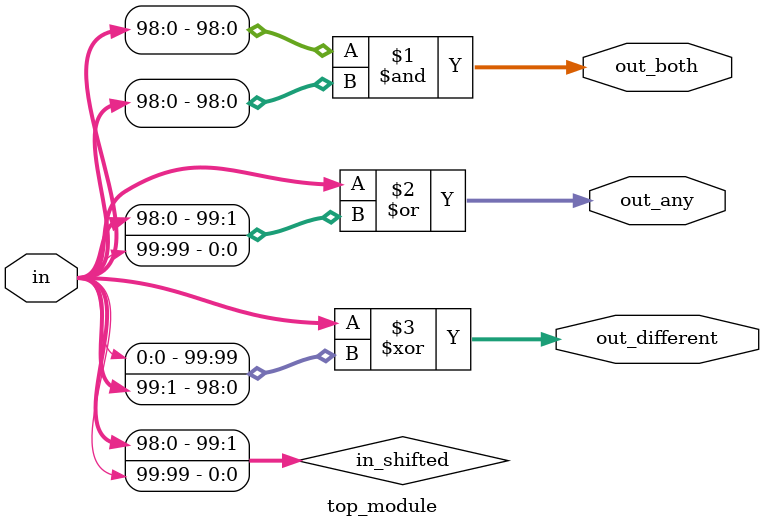
<source format=sv>
module top_module (
    input [99:0] in,
    output [98:0] out_both,
    output [99:0] out_any,
    output [99:0] out_different
);

    // Shift the input signal by one bit to the right
    wire [99:0] in_shifted;
    assign in_shifted = {in[98:0], in[99]};  // Circular shift right

    // Generate the out_both signal (99-bit AND)
    assign out_both = in[98:0] & in_shifted[99:1];

    // Generate the out_any signal (100-bit OR)
    assign out_any = in | in_shifted;

    // Generate the out_different signal (100-bit XOR)
    assign out_different = in ^ {in[0], in[99:1]};

endmodule

</source>
